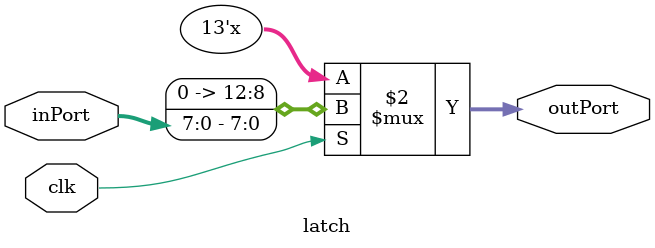
<source format=sv>
`timescale 1ps/1ps
`define WIDTH_IN 8
`define WIDTH_OUT 13

module c_element (
    input inPort1,
    input inPort2,
    output logic outPort
);
    always begin
        wait(inPort1 && inPort2);
            outPort = 1'b1;
        wait(!inPort1 && !inPort2);
            outPort = 1'b0;
    end
endmodule

module inverter (
    input inPort,
    output outPort
);
    assign outPort = ~inPort;
endmodule

module adder (
    input logic [`WIDTH_IN-1:0] inPort1,
    input logic [`WIDTH_IN-1:0] inPort2,
    output logic [`WIDTH_OUT-1:0] outPort
);
    assign outPort = {5'b0, inPort1 + inPort2};
endmodule

module latch (
    input [`WIDTH_IN-1:0] inPort,
    input clk,
    output logic [`WIDTH_OUT-1:0] outPort
);
    always @(*) begin
        if (clk)
        outPort <= inPort;
    end
endmodule
</source>
